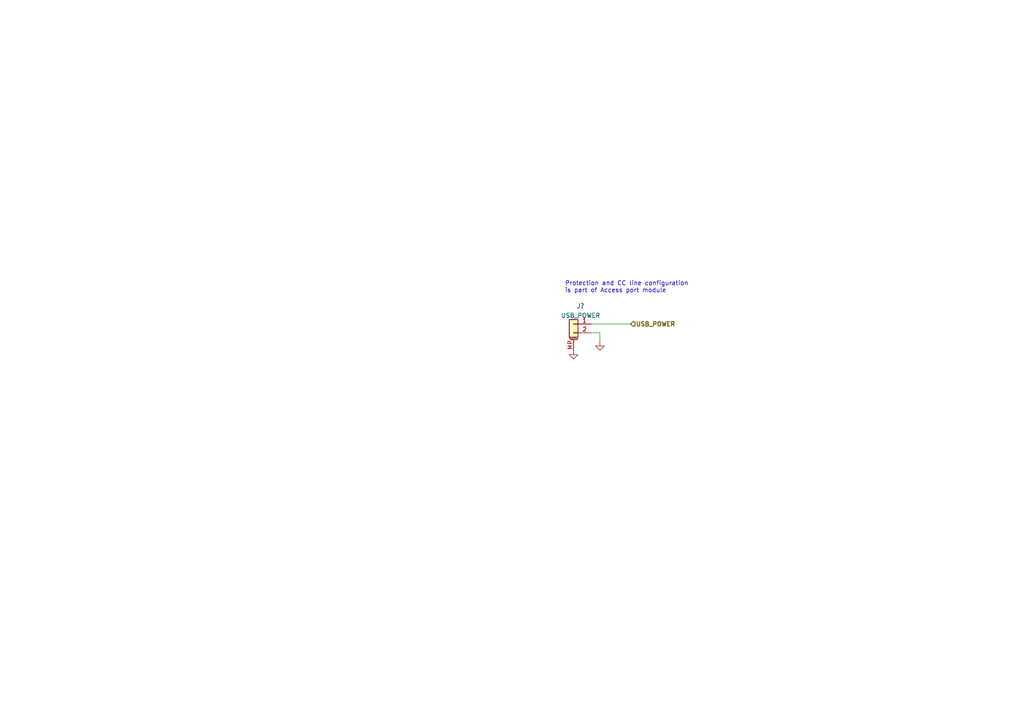
<source format=kicad_sch>
(kicad_sch (version 20210621) (generator eeschema)
  (paper "A4")
  (title_block (title "BUTCube - EPS") (date "2021-06-01") (rev "v1.0") (company "VUT - FIT(STRaDe) & FME(IAE & IPE)") (comment 1 "Author: Petr Malaník"))
  (lib_symbols
    (symbol "Connector_Generic_MountingPin:Conn_01x02_MountingPin" (pin_names (offset 1.016) hide)
      (property "Reference" "J" (at 0 2.54 0))
      (property "Value" "Conn_01x02_MountingPin" (at 1.27 -5.08 0))
      (symbol "Conn_01x02_MountingPin_1_1"
        (text "Mounting" (at 0 -4.191 0) (effects (font (size 0.381 0.381))))
        (rectangle (start -1.27 -2.413) (end 0 -2.667) (stroke (width 0.1524)))
        (rectangle (start -1.27 0.127) (end 0 -0.127) (stroke (width 0.1524)))
        (rectangle (start -1.27 1.27) (end 1.27 -3.81) (stroke (width 0.254)) (fill (type background)))
        (polyline (pts (xy -1.016 -4.572) (xy 1.016 -4.572)) (stroke (width 0.1524)))
        (pin passive line (at -5.08 0 0) (length 3.81) (name "Pin_1") (number "1"))
        (pin passive line (at -5.08 -2.54 0) (length 3.81) (name "Pin_2") (number "2"))
        (pin passive line (at 0 -7.62 90) (length 3.048) (name "MountPin") (number "MP"))
      )
    )
    (symbol "power:GND" (power) (pin_names (offset 0))
      (property "Value" "GND" (at 0 -3.81 0))
      (symbol "GND_0_1"
        (polyline (pts (xy 0 0) (xy 0 -1.27) (xy 1.27 -1.27) (xy 0 -2.54) (xy -1.27 -1.27) (xy 0 -1.27)))
      )
      (symbol "GND_1_1"
        (pin power_in line (at 0 0 270) (length 0) hide (name "GND") (number "1"))
      )
    )
  )
  (wire (pts (xy 171.45 93.98) (xy 182.88 93.98)))
  (wire (pts (xy 171.45 96.52) (xy 173.99 96.52)))
  (wire (pts (xy 173.99 96.52) (xy 173.99 99.06)))
  (text "Protection and CC line configuration\nis part of Access port module" (at 163.83 85.09 0) (effects (font (size 1.27 1.27)) (justify left bottom)))
  (hierarchical_label "USB_POWER" (shape input) (at 182.88 93.98 0) (effects (font (thickness 0.254))))
  (symbol (lib_id "power:GND") (at 166.37 101.6 0) (unit 1)
    (property "Reference" "#PWR0288" (effects hide))
    (property "Value" "GND" (effects hide))
  )
  (symbol (lib_id "power:GND") (at 173.99 99.06 0) (unit 1)
    (property "Reference" "#PWR0289" (effects hide))
    (property "Value" "GND" (effects hide))
  )
  (symbol (lib_id "Connector_Generic_MountingPin:Conn_01x02_MountingPin") (at 166.37 93.98 0) (mirror y) (unit 1)
    (property "Reference" "J?" (at 168.402 88.7434 0))
    (property "Value" "USB_POWER" (at 168.402 91.5185 0))
  )
)
</source>
